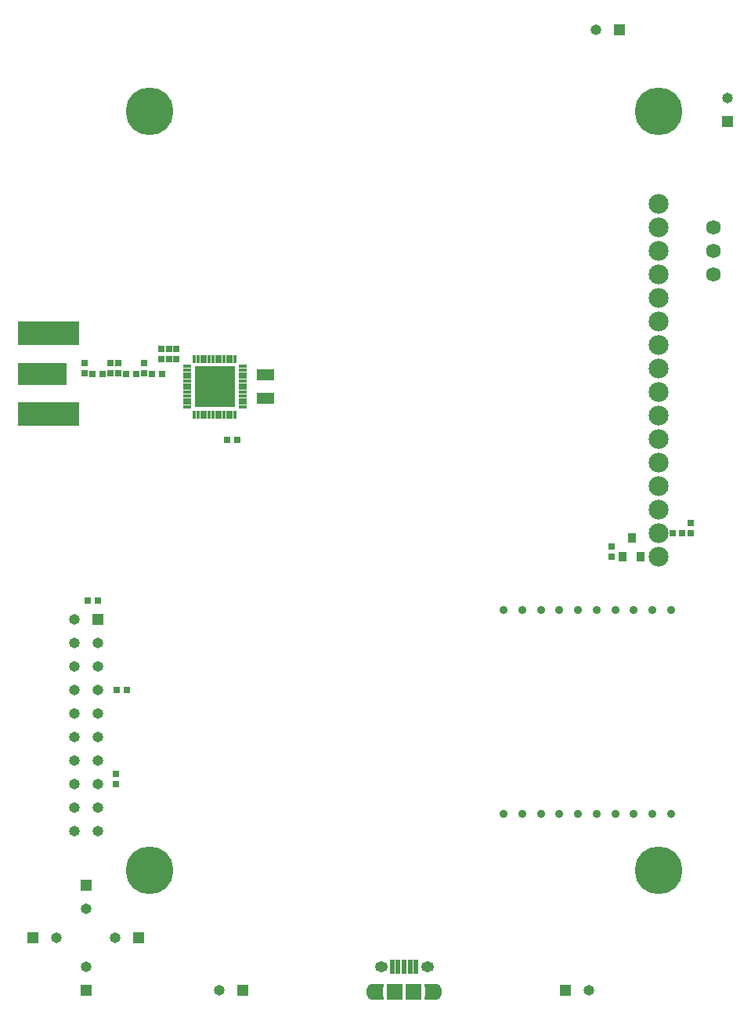
<source format=gbr>
G04 #@! TF.FileFunction,Soldermask,Top*
%FSLAX46Y46*%
G04 Gerber Fmt 4.6, Leading zero omitted, Abs format (unit mm)*
G04 Created by KiCad (PCBNEW 4.0.5) date 04/12/17 14:33:26*
%MOMM*%
%LPD*%
G01*
G04 APERTURE LIST*
%ADD10C,0.025400*%
%ADD11C,2.152400*%
%ADD12C,5.152400*%
%ADD13R,1.152400X1.152400*%
%ADD14O,1.152400X1.152400*%
%ADD15R,0.652400X0.752400*%
%ADD16C,0.914400*%
%ADD17R,0.752400X0.652400*%
%ADD18R,0.952400X0.352400*%
%ADD19R,0.352400X0.952400*%
%ADD20R,1.202400X1.202400*%
%ADD21R,1.952400X1.152400*%
%ADD22R,5.232400X2.442400*%
%ADD23R,6.632400X2.572400*%
%ADD24R,0.952400X1.052400*%
%ADD25C,1.592400*%
%ADD26R,0.552400X1.502400*%
%ADD27O,1.402400X1.102400*%
%ADD28O,1.152400X1.702400*%
%ADD29R,1.652400X1.702400*%
%ADD30R,1.102400X1.702400*%
%ADD31R,1.352400X0.352400*%
G04 APERTURE END LIST*
D10*
D11*
X69194100Y61149800D03*
X69194100Y58609800D03*
X69194100Y56069800D03*
X69194100Y53529800D03*
X69194100Y50989800D03*
X69194100Y48449800D03*
X69194100Y63689800D03*
X69194100Y66229800D03*
X69194100Y68769800D03*
X69194100Y71309800D03*
X69194100Y73849800D03*
D12*
X69194100Y96549800D03*
X14194100Y96549800D03*
X14194100Y14549800D03*
X69194100Y14549800D03*
D11*
X69194100Y86549800D03*
X69194100Y84009800D03*
X69194100Y81469800D03*
X69194100Y78929800D03*
X69194100Y76389800D03*
D13*
X8547100Y41643300D03*
D14*
X6007100Y41643300D03*
X8547100Y39103300D03*
X6007100Y39103300D03*
X8547100Y36563300D03*
X6007100Y36563300D03*
X8547100Y34023300D03*
X6007100Y34023300D03*
X8547100Y31483300D03*
X6007100Y31483300D03*
X8547100Y28943300D03*
X6007100Y28943300D03*
X8547100Y26403300D03*
X6007100Y26403300D03*
X8547100Y23863300D03*
X6007100Y23863300D03*
X8547100Y21323300D03*
X6007100Y21323300D03*
X8547100Y18783300D03*
X6007100Y18783300D03*
D15*
X13525500Y68195100D03*
X13525500Y69295100D03*
D16*
X52451000Y20675600D03*
X62484000Y20675600D03*
X64490600Y20675600D03*
X66497200Y20675600D03*
X68503800Y20675600D03*
X70510400Y20675600D03*
X60477400Y20675600D03*
X58470800Y20675600D03*
X56464200Y20675600D03*
X54457600Y20675600D03*
X54457600Y42672000D03*
X56464200Y42672000D03*
X58470800Y42672000D03*
X60477400Y42672000D03*
X70510400Y42672000D03*
X68503800Y42672000D03*
X66497200Y42672000D03*
X64490600Y42672000D03*
X62484000Y42672000D03*
X52451000Y42672000D03*
D15*
X7124700Y68195100D03*
X7124700Y69295100D03*
X9918700Y68195100D03*
X9918700Y69295100D03*
X10731500Y68195100D03*
X10731500Y69295100D03*
D17*
X15472500Y68186300D03*
X14372500Y68186300D03*
D15*
X17030700Y69795300D03*
X17030700Y70895300D03*
X16243300Y69795300D03*
X16243300Y70895300D03*
D17*
X8551000Y43662600D03*
X7451000Y43662600D03*
D15*
X15455900Y70895300D03*
X15455900Y69795300D03*
X10553700Y23859400D03*
X10553700Y24959400D03*
D17*
X11700600Y34023300D03*
X10600600Y34023300D03*
X7971700Y68186300D03*
X9071700Y68186300D03*
X11578500Y68186300D03*
X12678500Y68186300D03*
X22525900Y61048900D03*
X23625900Y61048900D03*
D13*
X76657200Y95440500D03*
D14*
X76657200Y97980500D03*
D18*
X18196300Y68989300D03*
X18196300Y68589300D03*
X18196300Y68189300D03*
X18196300Y67789300D03*
X18196300Y67389300D03*
X18196300Y66989300D03*
X18196300Y66589300D03*
X18196300Y66189300D03*
X18196300Y65789300D03*
X18196300Y65389300D03*
X18196300Y64989300D03*
X18196300Y64589300D03*
D19*
X18996300Y63789300D03*
X19396300Y63789300D03*
X19796300Y63789300D03*
X20196300Y63789300D03*
X20596300Y63789300D03*
X20996300Y63789300D03*
X21396300Y63789300D03*
X21796300Y63789300D03*
X22196300Y63789300D03*
X22596300Y63789300D03*
X22996300Y63789300D03*
X23396300Y63789300D03*
D18*
X24196300Y64589300D03*
X24196300Y64989300D03*
X24196300Y65389300D03*
X24196300Y65789300D03*
X24196300Y66189300D03*
X24196300Y66589300D03*
X24196300Y66989300D03*
X24196300Y67389300D03*
X24196300Y67789300D03*
X24196300Y68189300D03*
X24196300Y68589300D03*
X24196300Y68989300D03*
D19*
X23396300Y69789300D03*
X22996300Y69789300D03*
X22596300Y69789300D03*
X22196300Y69789300D03*
X21796300Y69789300D03*
X21396300Y69789300D03*
X20996300Y69789300D03*
X20596300Y69789300D03*
X20196300Y69789300D03*
X19796300Y69789300D03*
X19396300Y69789300D03*
X18996300Y69789300D03*
D20*
X22771300Y65214300D03*
X22771300Y66264300D03*
X22771300Y67314300D03*
X22771300Y68364300D03*
X21721300Y65214300D03*
X21721300Y66264300D03*
X21721300Y67314300D03*
X21721300Y68364300D03*
X20671300Y65214300D03*
X20671300Y66264300D03*
X20671300Y67314300D03*
X20671300Y68364300D03*
X19621300Y65214300D03*
X19621300Y66264300D03*
X19621300Y67314300D03*
X19621300Y68364300D03*
D15*
X72618600Y52086600D03*
X72618600Y50986600D03*
D17*
X71771600Y50990500D03*
X70671600Y50990500D03*
D21*
X26657300Y65539300D03*
X26657300Y68039300D03*
D22*
X2534500Y68186300D03*
D23*
X3234500Y72566300D03*
X3234500Y63806300D03*
D24*
X65318600Y48453800D03*
X67218600Y48453800D03*
X66268600Y50453800D03*
D15*
X64122300Y49559300D03*
X64122300Y48459300D03*
D25*
X75107800Y84010500D03*
X75107800Y81470500D03*
X75107800Y78930500D03*
D26*
X40381400Y4147800D03*
X41031400Y4147800D03*
X41681400Y4147800D03*
X42331400Y4147800D03*
X42981400Y4147800D03*
D27*
X39181400Y4147800D03*
X44181400Y4147800D03*
D28*
X38181400Y1447800D03*
X45181400Y1447800D03*
D29*
X40681400Y1447800D03*
X42681400Y1447800D03*
D30*
X38906400Y1447800D03*
X44456400Y1447800D03*
D31*
X38781400Y2122800D03*
X38781400Y772800D03*
X44581400Y2122800D03*
X44581400Y772800D03*
D13*
X24269700Y1574800D03*
D14*
X21729700Y1574800D03*
D13*
X7277100Y1574800D03*
D14*
X7277100Y4114800D03*
D13*
X12979400Y7277100D03*
D14*
X10439400Y7277100D03*
D13*
X1574800Y7277100D03*
D14*
X4114800Y7277100D03*
D13*
X7277100Y12979400D03*
D14*
X7277100Y10439400D03*
D13*
X59093100Y1574800D03*
D14*
X61633100Y1574800D03*
D13*
X64973200Y105359200D03*
D14*
X62433200Y105359200D03*
M02*

</source>
